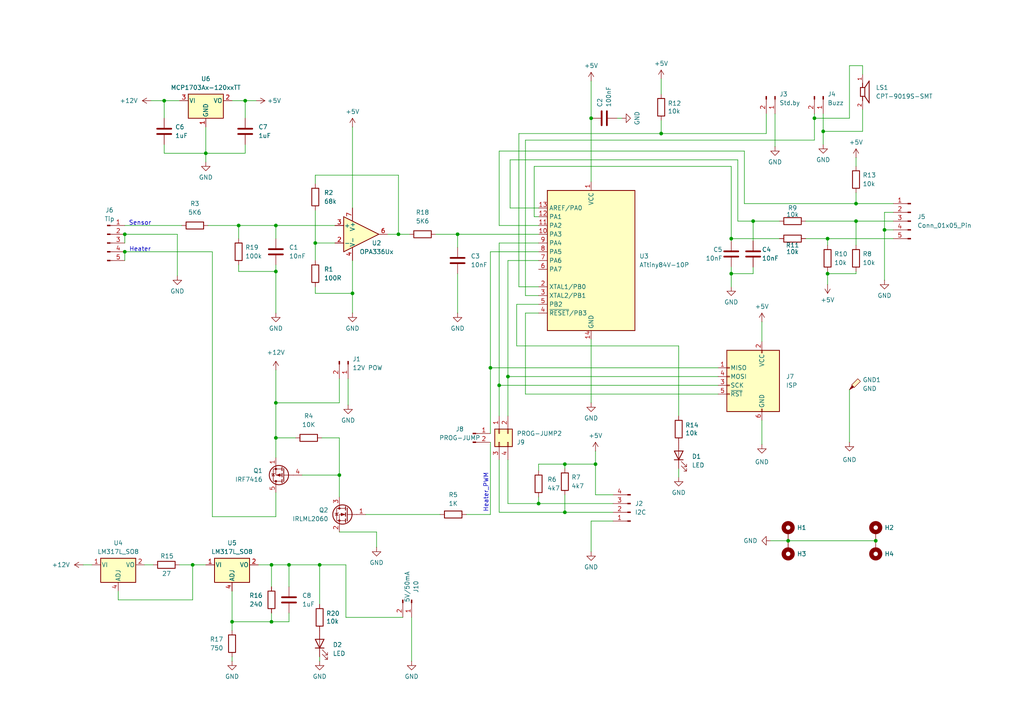
<source format=kicad_sch>
(kicad_sch (version 20231120) (generator "eeschema") (generator_version "8.0")
  (paper "A4")
  (lib_symbols
    (symbol "Amplifier_Operational:OPA336Ux" (pin_names (offset 0.127))
      (property "Reference" "U" (at 0 6.35 0))
      (property "Value" "OPA336Ux" (at 0 3.81 0))
      (symbol "OPA336Ux_1_1"
        (pin no_connect line (at -2.54 2.54 270) (length 2.54) hide (name "NC") (number "1"))
        (pin input line (at -7.62 -2.54 0) (length 2.54) (name "-") (number "2"))
        (pin input line (at -7.62 2.54 0) (length 2.54) (name "+") (number "3"))
        (pin power_in line (at -2.54 -7.62 90) (length 3.81) (name "V-") (number "4"))
        (pin no_connect line (at 0 2.54 270) (length 2.54) hide (name "NC") (number "5"))
        (pin output line (at 7.62 0 180) (length 2.54) (name "~") (number "6"))
        (pin power_in line (at -2.54 7.62 270) (length 3.81) (name "V+") (number "7"))
        (pin no_connect line (at 0 -2.54 90) (length 2.54) hide (name "NC") (number "8"))
      )
    )
    (symbol "Connector:AVR-ISP-6" (pin_names (offset 1.016))
      (property "Reference" "J" (at -6.35 11.43 0))
      (property "Value" "AVR-ISP-6" (at 0 11.43 0))
      (symbol "AVR-ISP-6_1_1"
        (pin passive line (at 10.16 5.08 180) (length 2.54) (name "MISO") (number "1"))
        (pin passive line (at -2.54 12.7 270) (length 2.54) (name "VCC") (number "2"))
        (pin passive line (at 10.16 0 180) (length 2.54) (name "SCK") (number "3"))
        (pin passive line (at 10.16 2.54 180) (length 2.54) (name "MOSI") (number "4"))
        (pin passive line (at 10.16 -2.54 180) (length 2.54) (name "~{RST}") (number "5"))
        (pin passive line (at -2.54 -10.16 90) (length 2.54) (name "GND") (number "6"))
      )
    )
    (symbol "Connector:Conn_01x02_Pin" (pin_names (offset 1.016) hide)
      (property "Reference" "J" (at 0 2.54 0))
      (property "Value" "Conn_01x02_Pin" (at 0 -5.08 0))
      (symbol "Conn_01x02_Pin_1_1"
        (pin passive line (at 5.08 0 180) (length 3.81) (name "Pin_1") (number "1"))
        (pin passive line (at 5.08 -2.54 180) (length 3.81) (name "Pin_2") (number "2"))
      )
    )
    (symbol "Connector:Conn_01x04_Pin" (pin_names (offset 1.016) hide)
      (property "Reference" "J" (at 0 5.08 0))
      (property "Value" "Conn_01x04_Pin" (at 0 -7.62 0))
      (symbol "Conn_01x04_Pin_1_1"
        (pin passive line (at 5.08 2.54 180) (length 3.81) (name "Pin_1") (number "1"))
        (pin passive line (at 5.08 0 180) (length 3.81) (name "Pin_2") (number "2"))
        (pin passive line (at 5.08 -2.54 180) (length 3.81) (name "Pin_3") (number "3"))
        (pin passive line (at 5.08 -5.08 180) (length 3.81) (name "Pin_4") (number "4"))
      )
    )
    (symbol "Connector:Conn_01x05_Pin" (pin_names (offset 1.016) hide)
      (property "Reference" "J" (at 0 7.62 0))
      (property "Value" "Conn_01x05_Pin" (at 0 -7.62 0))
      (symbol "Conn_01x05_Pin_1_1"
        (pin passive line (at 5.08 5.08 180) (length 3.81) (name "Pin_1") (number "1"))
        (pin passive line (at 5.08 2.54 180) (length 3.81) (name "Pin_2") (number "2"))
        (pin passive line (at 5.08 0 180) (length 3.81) (name "Pin_3") (number "3"))
        (pin passive line (at 5.08 -2.54 180) (length 3.81) (name "Pin_4") (number "4"))
        (pin passive line (at 5.08 -5.08 180) (length 3.81) (name "Pin_5") (number "5"))
      )
    )
    (symbol "Connector:TestPoint_Probe" (pin_numbers hide) (pin_names (offset 0.762) hide)
      (property "Reference" "TP" (at 1.651 5.842 0))
      (property "Value" "TestPoint_Probe" (at 1.651 4.064 0))
      (symbol "TestPoint_Probe_1_1"
        (pin passive line (at 0 0 90) (length 0) (name "1") (number "1"))
      )
    )
    (symbol "Connector_Generic:Conn_02x02_Top_Bottom" (pin_names (offset 1.016) hide)
      (property "Reference" "J" (at 1.27 2.54 0))
      (property "Value" "Conn_02x02_Top_Bottom" (at 1.27 -5.08 0))
      (symbol "Conn_02x02_Top_Bottom_1_1"
        (pin passive line (at -5.08 0 0) (length 3.81) (name "Pin_1") (number "1"))
        (pin passive line (at -5.08 -2.54 0) (length 3.81) (name "Pin_2") (number "2"))
        (pin passive line (at 7.62 0 180) (length 3.81) (name "Pin_3") (number "3"))
        (pin passive line (at 7.62 -2.54 180) (length 3.81) (name "Pin_4") (number "4"))
      )
    )
    (symbol "Device:C" (pin_numbers hide) (pin_names (offset 0.254))
      (property "Reference" "C" (at 0.635 2.54 0))
      (property "Value" "C" (at 0.635 -2.54 0))
      (symbol "C_1_1"
        (pin passive line (at 0 3.81 270) (length 2.794) (name "~") (number "1"))
        (pin passive line (at 0 -3.81 90) (length 2.794) (name "~") (number "2"))
      )
    )
    (symbol "Device:LED" (pin_numbers hide) (pin_names (offset 1.016) hide)
      (property "Reference" "D" (at 0 2.54 0))
      (property "Value" "LED" (at 0 -2.54 0))
      (symbol "LED_1_1"
        (pin passive line (at -3.81 0 0) (length 2.54) (name "K") (number "1"))
        (pin passive line (at 3.81 0 180) (length 2.54) (name "A") (number "2"))
      )
    )
    (symbol "Device:R" (pin_numbers hide) (pin_names (offset 0))
      (property "Reference" "R" (at 2.032 0 90))
      (property "Value" "R" (at 0 0 90))
      (symbol "R_1_1"
        (pin passive line (at 0 3.81 270) (length 1.27) (name "~") (number "1"))
        (pin passive line (at 0 -3.81 90) (length 1.27) (name "~") (number "2"))
      )
    )
    (symbol "MCU_Microchip_ATtiny:ATtiny84V-10P"
      (property "Reference" "U" (at -12.7 21.59 0))
      (property "Value" "ATtiny84V-10P" (at 2.54 -21.59 0))
      (symbol "ATtiny84V-10P_1_1"
        (pin power_in line (at 0 22.86 270) (length 2.54) (name "VCC") (number "1"))
        (pin bidirectional line (at 15.24 7.62 180) (length 2.54) (name "PA3") (number "10"))
        (pin bidirectional line (at 15.24 10.16 180) (length 2.54) (name "PA2") (number "11"))
        (pin bidirectional line (at 15.24 12.7 180) (length 2.54) (name "PA1") (number "12"))
        (pin bidirectional line (at 15.24 15.24 180) (length 2.54) (name "AREF/PA0") (number "13"))
        (pin power_in line (at 0 -22.86 90) (length 2.54) (name "GND") (number "14"))
        (pin bidirectional line (at 15.24 -7.62 180) (length 2.54) (name "XTAL1/PB0") (number "2"))
        (pin bidirectional line (at 15.24 -10.16 180) (length 2.54) (name "XTAL2/PB1") (number "3"))
        (pin bidirectional line (at 15.24 -15.24 180) (length 2.54) (name "~{RESET}/PB3") (number "4"))
        (pin bidirectional line (at 15.24 -12.7 180) (length 2.54) (name "PB2") (number "5"))
        (pin bidirectional line (at 15.24 -2.54 180) (length 2.54) (name "PA7") (number "6"))
        (pin bidirectional line (at 15.24 0 180) (length 2.54) (name "PA6") (number "7"))
        (pin bidirectional line (at 15.24 2.54 180) (length 2.54) (name "PA5") (number "8"))
        (pin bidirectional line (at 15.24 5.08 180) (length 2.54) (name "PA4") (number "9"))
      )
    )
    (symbol "Mechanical:MountingHole_Pad" (pin_numbers hide) (pin_names (offset 1.016) hide) (exclude_from_sim yes) (in_bom no)
      (property "Reference" "H" (at 0 6.35 0))
      (property "Value" "MountingHole_Pad" (at 0 4.445 0))
      (symbol "MountingHole_Pad_1_1"
        (pin input line (at 0 -2.54 90) (length 2.54) (name "1") (number "1"))
      )
    )
    (symbol "OE9SAU:CPT-9019S-SMT" (pin_names (offset 1.016))
      (property "Reference" "LS" (at -3.8155 8.9029 0))
      (property "Value" "CPT-9019S-SMT" (at -3.8151 -11.4452 0))
      (symbol "CPT-9019S-SMT_0_0"
        (pin passive line (at 0 5.08 270) (length 2.54) (name "~") (number "1"))
        (pin passive line (at 0 -5.08 90) (length 2.54) (name "~") (number "2"))
      )
    )
    (symbol "Regulator_Linear:LM317L_SO8" (pin_names (offset 0.254))
      (property "Reference" "U" (at -3.81 3.175 0))
      (property "Value" "LM317L_SO8" (at 0 3.175 0))
      (symbol "LM317L_SO8_1_1"
        (pin power_in line (at -7.62 0 0) (length 2.54) (name "VI") (number "1"))
        (pin power_out line (at 7.62 0 180) (length 2.54) (name "VO") (number "2"))
        (pin passive line (at 7.62 0 180) (length 2.54) hide (name "VO") (number "3"))
        (pin input line (at 0 -7.62 90) (length 2.54) (name "ADJ") (number "4"))
        (pin no_connect line (at -5.08 -2.54 0) (length 2.54) hide (name "NC") (number "5"))
        (pin passive line (at 7.62 0 180) (length 2.54) hide (name "VO") (number "6"))
        (pin passive line (at 7.62 0 180) (length 2.54) hide (name "VO") (number "7"))
        (pin no_connect line (at 5.08 -2.54 180) (length 2.54) hide (name "NC") (number "8"))
      )
    )
    (symbol "Regulator_Linear:MCP1703Ax-120xxTT" (pin_names (offset 0.254))
      (property "Reference" "U" (at -3.81 3.175 0))
      (property "Value" "MCP1703Ax-120xxTT" (at 0 3.175 0))
      (symbol "MCP1703Ax-120xxTT_1_1"
        (pin power_in line (at 0 -7.62 90) (length 2.54) (name "GND") (number "1"))
        (pin power_out line (at 7.62 0 180) (length 2.54) (name "VO") (number "2"))
        (pin power_in line (at -7.62 0 0) (length 2.54) (name "VI") (number "3"))
      )
    )
    (symbol "Transistor_FET:IRF7404" (pin_names hide)
      (property "Reference" "Q" (at 5.08 1.905 0))
      (property "Value" "IRF7404" (at 5.08 0 0))
      (symbol "IRF7404_1_1"
        (pin passive line (at 2.54 -5.08 90) (length 2.54) (name "S") (number "1"))
        (pin passive line (at 2.54 -5.08 90) (length 2.54) hide (name "S") (number "2"))
        (pin passive line (at 2.54 -5.08 90) (length 2.54) hide (name "S") (number "3"))
        (pin passive line (at -5.08 0 0) (length 2.54) (name "G") (number "4"))
        (pin passive line (at 2.54 5.08 270) (length 2.54) (name "D") (number "5"))
        (pin passive line (at 2.54 5.08 270) (length 2.54) hide (name "D") (number "6"))
        (pin passive line (at 2.54 5.08 270) (length 2.54) hide (name "D") (number "7"))
        (pin passive line (at 2.54 5.08 270) (length 2.54) hide (name "D") (number "8"))
      )
    )
    (symbol "Transistor_FET:IRLML2060" (pin_names hide)
      (property "Reference" "Q" (at 5.08 1.905 0))
      (property "Value" "IRLML2060" (at 5.08 0 0))
      (symbol "IRLML2060_1_1"
        (pin input line (at -5.08 0 0) (length 2.54) (name "G") (number "1"))
        (pin passive line (at 2.54 -5.08 90) (length 2.54) (name "S") (number "2"))
        (pin passive line (at 2.54 5.08 270) (length 2.54) (name "D") (number "3"))
      )
    )
    (symbol "power:+12V" (power) (pin_numbers hide) (pin_names (offset 0) hide)
      (property "Value" "+12V" (at 0 3.556 0))
      (symbol "+12V_1_1"
        (pin power_in line (at 0 0 90) (length 0) (name "~") (number "1"))
      )
    )
    (symbol "power:+5V" (power) (pin_numbers hide) (pin_names (offset 0) hide)
      (property "Value" "+5V" (at 0 3.556 0))
      (symbol "+5V_1_1"
        (pin power_in line (at 0 0 90) (length 0) (name "~") (number "1"))
      )
    )
    (symbol "power:GND" (power) (pin_numbers hide) (pin_names (offset 0) hide)
      (property "Value" "GND" (at 0 -3.81 0))
      (symbol "GND_1_1"
        (pin power_in line (at 0 0 270) (length 0) (name "~") (number "1"))
      )
    )
  )
  (junction (at 36.195 73.025))
  (junction (at 236.22 34.29))
  (junction (at 80.01 116.84))
  (junction (at 47.625 29.21))
  (junction (at 98.425 137.795))
  (junction (at 163.83 134.62))
  (junction (at 191.77 38.735))
  (junction (at 91.44 70.485))
  (junction (at 172.72 134.62))
  (junction (at 240.03 79.375))
  (junction (at 83.82 163.83))
  (junction (at 171.45 34.29))
  (junction (at 238.76 38.1))
  (junction (at 80.01 127))
  (junction (at 248.285 59.055))
  (junction (at 132.715 67.945))
  (junction (at 212.09 79.375))
  (junction (at 254 156.845))
  (junction (at 228.6 156.845))
  (junction (at 55.88 163.83))
  (junction (at 256.54 66.675))
  (junction (at 71.12 29.21))
  (junction (at 67.31 180.34))
  (junction (at 212.09 69.215))
  (junction (at 142.24 106.68))
  (junction (at 144.78 111.76))
  (junction (at 36.195 67.945))
  (junction (at 115.57 67.945))
  (junction (at 80.01 65.405))
  (junction (at 78.74 180.34))
  (junction (at 102.235 85.09))
  (junction (at 248.285 64.135))
  (junction (at 240.03 69.215))
  (junction (at 163.83 148.59))
  (junction (at 80.01 78.74))
  (junction (at 59.69 44.45))
  (junction (at 69.215 65.405))
  (junction (at 147.32 109.22))
  (junction (at 78.74 163.83))
  (junction (at 92.71 163.83))
  (junction (at 218.44 64.135))
  (junction (at 156.21 146.05))
  (wire (pts (xy 147.32 146.05) (xy 156.21 146.05)))
  (wire (pts (xy 41.91 163.83) (xy 44.45 163.83)))
  (wire (pts (xy 144.78 133.35) (xy 144.78 148.59)))
  (wire (pts (xy 240.03 69.215) (xy 233.68 69.215)))
  (wire (pts (xy 51.435 67.945) (xy 51.435 80.01)))
  (wire (pts (xy 218.44 79.375) (xy 212.09 79.375)))
  (wire (pts (xy 238.76 33.02) (xy 238.76 38.1)))
  (wire (pts (xy 85.725 127) (xy 80.01 127)))
  (wire (pts (xy 226.06 69.215) (xy 212.09 69.215)))
  (wire (pts (xy 115.57 67.945) (xy 118.745 67.945)))
  (wire (pts (xy 67.31 190.5) (xy 67.31 191.77)))
  (wire (pts (xy 208.28 114.3) (xy 152.4 114.3)))
  (wire (pts (xy 98.425 109.855) (xy 98.425 116.84)))
  (wire (pts (xy 246.38 19.05) (xy 250.19 19.05)))
  (wire (pts (xy 228.6 156.845) (xy 254 156.845)))
  (wire (pts (xy 69.215 76.835) (xy 69.215 78.74)))
  (wire (pts (xy 218.44 77.47) (xy 218.44 79.375)))
  (wire (pts (xy 36.195 67.945) (xy 36.195 70.485)))
  (wire (pts (xy 179.07 34.29) (xy 180.34 34.29)))
  (wire (pts (xy 191.77 34.925) (xy 191.77 38.735)))
  (wire (pts (xy 132.715 67.945) (xy 132.715 71.755)))
  (wire (pts (xy 144.78 70.485) (xy 156.21 70.485)))
  (wire (pts (xy 236.22 34.29) (xy 236.22 40.64)))
  (wire (pts (xy 256.54 66.675) (xy 256.54 81.28)))
  (wire (pts (xy 171.45 151.13) (xy 171.45 160.02)))
  (wire (pts (xy 147.32 75.565) (xy 156.21 75.565)))
  (wire (pts (xy 246.38 113.03) (xy 246.38 128.27)))
  (wire (pts (xy 218.44 69.85) (xy 218.44 64.135)))
  (wire (pts (xy 47.625 41.91) (xy 47.625 44.45)))
  (wire (pts (xy 61.595 149.86) (xy 80.01 149.86)))
  (wire (pts (xy 156.21 134.62) (xy 163.83 134.62)))
  (wire (pts (xy 215.9 43.815) (xy 215.9 59.055)))
  (wire (pts (xy 98.425 116.84) (xy 80.01 116.84)))
  (wire (pts (xy 36.195 73.025) (xy 61.595 73.025)))
  (wire (pts (xy 156.21 144.145) (xy 156.21 146.05)))
  (wire (pts (xy 142.24 73.025) (xy 142.24 106.68)))
  (wire (pts (xy 80.01 116.84) (xy 80.01 127)))
  (wire (pts (xy 71.12 41.91) (xy 71.12 44.45)))
  (wire (pts (xy 67.31 29.21) (xy 71.12 29.21)))
  (wire (pts (xy 92.71 163.83) (xy 92.71 175.26)))
  (wire (pts (xy 80.01 127) (xy 80.01 132.715)))
  (wire (pts (xy 100.965 109.855) (xy 100.965 117.475)))
  (wire (pts (xy 213.995 64.135) (xy 218.44 64.135)))
  (wire (pts (xy 43.815 29.21) (xy 47.625 29.21)))
  (wire (pts (xy 240.03 79.375) (xy 248.285 79.375)))
  (wire (pts (xy 91.44 50.8) (xy 115.57 50.8)))
  (wire (pts (xy 163.83 134.62) (xy 172.72 134.62)))
  (wire (pts (xy 236.22 34.29) (xy 246.38 34.29)))
  (wire (pts (xy 144.78 65.405) (xy 144.78 43.815)))
  (wire (pts (xy 196.85 135.89) (xy 196.85 138.43)))
  (wire (pts (xy 59.69 36.83) (xy 59.69 44.45)))
  (wire (pts (xy 248.285 64.135) (xy 259.08 64.135)))
  (wire (pts (xy 163.83 134.62) (xy 163.83 135.89)))
  (wire (pts (xy 163.83 148.59) (xy 177.8 148.59)))
  (wire (pts (xy 154.94 48.26) (xy 212.09 48.26)))
  (wire (pts (xy 256.54 61.595) (xy 256.54 66.675)))
  (wire (pts (xy 191.77 22.86) (xy 191.77 27.305)))
  (wire (pts (xy 156.21 62.865) (xy 154.94 62.865)))
  (wire (pts (xy 156.21 83.185) (xy 150.495 83.185)))
  (wire (pts (xy 149.86 100.33) (xy 196.85 100.33)))
  (wire (pts (xy 147.955 60.325) (xy 156.21 60.325)))
  (wire (pts (xy 83.82 163.83) (xy 83.82 170.18)))
  (wire (pts (xy 80.01 149.86) (xy 80.01 142.875)))
  (wire (pts (xy 80.01 65.405) (xy 97.155 65.405)))
  (wire (pts (xy 248.285 55.88) (xy 248.285 59.055)))
  (wire (pts (xy 78.74 163.83) (xy 83.82 163.83)))
  (wire (pts (xy 102.235 75.565) (xy 102.235 85.09)))
  (wire (pts (xy 224.79 33.02) (xy 224.79 42.545)))
  (wire (pts (xy 98.425 137.795) (xy 98.425 144.145)))
  (wire (pts (xy 246.38 34.29) (xy 246.38 19.05)))
  (wire (pts (xy 119.38 179.07) (xy 119.38 191.77)))
  (wire (pts (xy 83.82 177.8) (xy 83.82 180.34)))
  (wire (pts (xy 220.98 93.345) (xy 220.98 99.06)))
  (wire (pts (xy 156.21 136.525) (xy 156.21 134.62)))
  (wire (pts (xy 222.25 38.735) (xy 222.25 33.02)))
  (wire (pts (xy 80.01 107.315) (xy 80.01 116.84)))
  (wire (pts (xy 142.24 106.68) (xy 142.24 125.73)))
  (wire (pts (xy 98.425 137.795) (xy 98.425 127)))
  (wire (pts (xy 34.29 171.45) (xy 34.29 173.99)))
  (wire (pts (xy 233.68 64.135) (xy 248.285 64.135)))
  (wire (pts (xy 36.195 65.405) (xy 52.705 65.405)))
  (wire (pts (xy 147.32 133.35) (xy 147.32 146.05)))
  (wire (pts (xy 142.24 128.27) (xy 142.24 149.225)))
  (wire (pts (xy 47.625 29.21) (xy 52.07 29.21)))
  (wire (pts (xy 218.44 64.135) (xy 226.06 64.135)))
  (wire (pts (xy 52.07 163.83) (xy 55.88 163.83)))
  (wire (pts (xy 152.4 40.64) (xy 236.22 40.64)))
  (wire (pts (xy 236.22 33.02) (xy 236.22 34.29)))
  (wire (pts (xy 147.32 109.22) (xy 208.28 109.22)))
  (wire (pts (xy 256.54 61.595) (xy 259.08 61.595)))
  (wire (pts (xy 47.625 44.45) (xy 59.69 44.45)))
  (wire (pts (xy 83.82 180.34) (xy 78.74 180.34)))
  (wire (pts (xy 144.78 65.405) (xy 156.21 65.405)))
  (wire (pts (xy 248.285 45.72) (xy 248.285 48.26)))
  (wire (pts (xy 59.69 44.45) (xy 59.69 46.99)))
  (wire (pts (xy 250.19 31.75) (xy 250.19 38.1)))
  (wire (pts (xy 238.76 38.1) (xy 250.19 38.1)))
  (wire (pts (xy 67.31 180.34) (xy 67.31 182.88)))
  (wire (pts (xy 171.45 98.425) (xy 171.45 116.84)))
  (wire (pts (xy 152.4 90.805) (xy 152.4 114.3)))
  (wire (pts (xy 102.235 85.09) (xy 102.235 90.805)))
  (wire (pts (xy 67.31 171.45) (xy 67.31 180.34)))
  (wire (pts (xy 213.995 46.355) (xy 213.995 64.135)))
  (wire (pts (xy 92.71 163.83) (xy 100.33 163.83)))
  (wire (pts (xy 171.45 34.29) (xy 171.45 52.705)))
  (wire (pts (xy 71.12 29.21) (xy 71.12 34.29)))
  (wire (pts (xy 142.24 106.68) (xy 208.28 106.68)))
  (wire (pts (xy 55.88 163.83) (xy 55.88 173.99)))
  (wire (pts (xy 156.21 146.05) (xy 177.8 146.05)))
  (wire (pts (xy 240.03 69.215) (xy 259.08 69.215)))
  (wire (pts (xy 240.03 79.375) (xy 240.03 82.55)))
  (wire (pts (xy 238.76 38.1) (xy 238.76 41.91)))
  (wire (pts (xy 172.72 130.81) (xy 172.72 134.62)))
  (wire (pts (xy 47.625 29.21) (xy 47.625 34.29)))
  (wire (pts (xy 213.995 46.355) (xy 147.955 46.355)))
  (wire (pts (xy 248.285 59.055) (xy 259.08 59.055)))
  (wire (pts (xy 152.4 40.64) (xy 152.4 85.725)))
  (wire (pts (xy 55.88 173.99) (xy 34.29 173.99)))
  (wire (pts (xy 172.72 134.62) (xy 172.72 143.51)))
  (wire (pts (xy 115.57 50.8) (xy 115.57 67.945)))
  (wire (pts (xy 248.285 64.135) (xy 248.285 71.12)))
  (wire (pts (xy 87.63 137.795) (xy 98.425 137.795)))
  (wire (pts (xy 132.715 67.945) (xy 156.21 67.945)))
  (wire (pts (xy 112.395 67.945) (xy 115.57 67.945)))
  (wire (pts (xy 69.215 78.74) (xy 80.01 78.74)))
  (wire (pts (xy 212.09 79.375) (xy 212.09 83.185)))
  (wire (pts (xy 100.33 163.83) (xy 100.33 179.07)))
  (wire (pts (xy 154.94 62.865) (xy 154.94 48.26)))
  (wire (pts (xy 212.09 69.215) (xy 212.09 48.26)))
  (wire (pts (xy 69.215 65.405) (xy 80.01 65.405)))
  (wire (pts (xy 212.09 69.215) (xy 212.09 69.85)))
  (wire (pts (xy 109.22 154.305) (xy 98.425 154.305)))
  (wire (pts (xy 106.045 149.225) (xy 127.635 149.225)))
  (wire (pts (xy 69.215 65.405) (xy 69.215 69.215)))
  (wire (pts (xy 156.21 85.725) (xy 152.4 85.725)))
  (wire (pts (xy 250.19 19.05) (xy 250.19 21.59)))
  (wire (pts (xy 150.495 83.185) (xy 150.495 38.735)))
  (wire (pts (xy 91.44 70.485) (xy 97.155 70.485)))
  (wire (pts (xy 240.03 69.215) (xy 240.03 71.12)))
  (wire (pts (xy 191.77 38.735) (xy 222.25 38.735)))
  (wire (pts (xy 91.44 70.485) (xy 91.44 75.565)))
  (wire (pts (xy 36.195 73.025) (xy 36.195 75.565)))
  (wire (pts (xy 144.78 111.76) (xy 208.28 111.76)))
  (wire (pts (xy 142.24 73.025) (xy 156.21 73.025)))
  (wire (pts (xy 149.86 88.265) (xy 149.86 100.33)))
  (wire (pts (xy 212.09 77.47) (xy 212.09 79.375)))
  (wire (pts (xy 91.44 85.09) (xy 102.235 85.09)))
  (wire (pts (xy 150.495 38.735) (xy 191.77 38.735)))
  (wire (pts (xy 71.12 29.21) (xy 74.295 29.21)))
  (wire (pts (xy 36.195 67.945) (xy 51.435 67.945)))
  (wire (pts (xy 147.32 109.22) (xy 147.32 120.65)))
  (wire (pts (xy 163.83 143.51) (xy 163.83 148.59)))
  (wire (pts (xy 171.45 23.495) (xy 171.45 34.29)))
  (wire (pts (xy 55.88 163.83) (xy 59.69 163.83)))
  (wire (pts (xy 196.85 100.33) (xy 196.85 120.65)))
  (wire (pts (xy 100.33 179.07) (xy 116.84 179.07)))
  (wire (pts (xy 80.01 78.74) (xy 80.01 90.805)))
  (wire (pts (xy 147.955 46.355) (xy 147.955 60.325)))
  (wire (pts (xy 80.01 65.405) (xy 80.01 69.215)))
  (wire (pts (xy 78.74 163.83) (xy 78.74 170.18)))
  (wire (pts (xy 60.325 65.405) (xy 69.215 65.405)))
  (wire (pts (xy 74.93 163.83) (xy 78.74 163.83)))
  (wire (pts (xy 61.595 73.025) (xy 61.595 149.86)))
  (wire (pts (xy 24.13 163.83) (xy 26.67 163.83)))
  (wire (pts (xy 71.12 44.45) (xy 59.69 44.45)))
  (wire (pts (xy 98.425 127) (xy 93.345 127)))
  (wire (pts (xy 78.74 177.8) (xy 78.74 180.34)))
  (wire (pts (xy 220.98 121.92) (xy 220.98 128.905)))
  (wire (pts (xy 80.01 76.835) (xy 80.01 78.74)))
  (wire (pts (xy 126.365 67.945) (xy 132.715 67.945)))
  (wire (pts (xy 240.03 78.74) (xy 240.03 79.375)))
  (wire (pts (xy 91.44 60.96) (xy 91.44 70.485)))
  (wire (pts (xy 144.78 148.59) (xy 163.83 148.59)))
  (wire (pts (xy 102.235 36.83) (xy 102.235 60.325)))
  (wire (pts (xy 177.8 151.13) (xy 171.45 151.13)))
  (wire (pts (xy 147.32 75.565) (xy 147.32 109.22)))
  (wire (pts (xy 135.255 149.225) (xy 142.24 149.225)))
  (wire (pts (xy 223.52 156.845) (xy 228.6 156.845)))
  (wire (pts (xy 172.72 143.51) (xy 177.8 143.51)))
  (wire (pts (xy 132.715 79.375) (xy 132.715 90.805)))
  (wire (pts (xy 91.44 83.185) (xy 91.44 85.09)))
  (wire (pts (xy 83.82 163.83) (xy 92.71 163.83)))
  (wire (pts (xy 91.44 53.34) (xy 91.44 50.8)))
  (wire (pts (xy 215.9 59.055) (xy 248.285 59.055)))
  (wire (pts (xy 144.78 43.815) (xy 215.9 43.815)))
  (wire (pts (xy 144.78 70.485) (xy 144.78 111.76)))
  (wire (pts (xy 149.86 88.265) (xy 156.21 88.265)))
  (wire (pts (xy 156.21 90.805) (xy 152.4 90.805)))
  (wire (pts (xy 248.285 79.375) (xy 248.285 78.74)))
  (wire (pts (xy 92.71 190.5) (xy 92.71 191.77)))
  (wire (pts (xy 67.31 180.34) (xy 78.74 180.34)))
  (wire (pts (xy 144.78 111.76) (xy 144.78 120.65)))
  (wire (pts (xy 256.54 66.675) (xy 259.08 66.675)))
  (wire (pts (xy 109.22 154.305) (xy 109.22 158.75)))
  (text_box "Pin Port  Nr.     Type    Verbinden mit\n1                 Vcc     +5V\n2   PB0    10    DIN10   STANDBY\n3   PB1    9              PIEZO\n5   PB2	  8              LOGO LED \n13  PA0    0     DIN0    ROTARY_A\n12  PA1    1     DIN1    ROTARY_B\n11  PA2    2     DIN2    ROTARY_PUSH\n10  PA3    A3    ADC3    TEMP_SENSOR\n7   PA6    4     SDA     I2C/SDA\n8   PA5    5     OC1B    HEAT\n9   PA4    6     SCL     I2C/SCL\n14                GND     Ground" (at 297.18 0 0) (size 104.775 66.04) (effects (font (size 3 3)) (justify left top)))
  (text "Heater" (at 40.64 72.39 0) (effects (font (size 1.27 1.27))))
  (text "Sensor" (at 40.64 64.77 0) (effects (font (size 1.27 1.27))))
  (text "Heater_PWM" (at 140.97 142.875 90) (effects (font (size 1.27 1.27))))
  (symbol (lib_id "Device:R") (at 240.03 74.93 180) (unit 1)
    (property "Reference" "R10" (at 241.935 73.6599 0) (effects (justify right)))
    (property "Value" "10k" (at 241.935 76.1999 0) (effects (justify right)))
    (property "Footprint" "Resistor_SMD:R_0805_2012Metric_Pad1.20x1.40mm_HandSolder" (effects (hide yes)))
    (property "Description" "Resistor" (effects (hide yes)))
  )
  (symbol (lib_id "Device:R") (at 163.83 139.7 180) (unit 1)
    (property "Reference" "R7" (at 165.735 138.4299 0) (effects (justify right)))
    (property "Value" "4k7" (at 165.735 140.9699 0) (effects (justify right)))
    (property "Footprint" "Resistor_SMD:R_0805_2012Metric_Pad1.20x1.40mm_HandSolder" (effects (hide yes)))
    (property "Description" "Resistor" (effects (hide yes)))
  )
  (symbol (lib_id "power:GND") (at 171.45 116.84 0) (unit 1)
    (property "Reference" "#PWR010" (effects (hide yes)))
    (property "Value" "GND" (at 171.45 121.285 0))
    (property "Description" "Power symbol creates a global label with name \"GND\" , ground" (effects (hide yes)))
  )
  (symbol (lib_id "power:GND") (at 224.79 42.545 0) (unit 1)
    (property "Reference" "#PWR016" (effects (hide yes)))
    (property "Value" "GND" (at 224.79 46.99 0))
    (property "Description" "Power symbol creates a global label with name \"GND\" , ground" (effects (hide yes)))
  )
  (symbol (lib_id "Regulator_Linear:LM317L_SO8") (at 67.31 163.83 0) (unit 1)
    (property "Reference" "U5" (at 67.31 157.48 0))
    (property "Value" "LM317L_SO8" (at 67.31 160.02 0))
    (property "Footprint" "Package_SO:SOIC-8_3.9x4.9mm_P1.27mm" (effects (hide yes)))
    (property "Datasheet" "http://www.ti.com/lit/ds/snvs775k/snvs775k.pdf" (effects (hide yes)))
    (property "Description" "100mA 35V Adjustable Linear Regulator, SO-8" (effects (hide yes)))
  )
  (symbol (lib_id "Mechanical:MountingHole_Pad") (at 254 154.305 0) (unit 1) (exclude_from_sim yes) (in_bom no)
    (property "Reference" "H2" (at 256.54 153.035 0) (effects (justify left)))
    (property "Value" "MountingHole_Pad" (effects (hide yes)))
    (property "Footprint" "MountingHole:MountingHole_2.5mm_Pad" (effects (hide yes)))
    (property "Description" "Mounting Hole with connection" (effects (hide yes)))
  )
  (symbol (lib_id "power:GND") (at 102.235 90.805 0) (unit 1)
    (property "Reference" "#PWR03" (effects (hide yes)))
    (property "Value" "GND" (at 102.235 95.25 0))
    (property "Description" "Power symbol creates a global label with name \"GND\" , ground" (effects (hide yes)))
  )
  (symbol (lib_id "power:+12V") (at 43.815 29.21 90) (unit 1)
    (property "Reference" "#PWR027" (effects (hide yes)))
    (property "Value" "+12V" (at 40.005 29.2099 90) (effects (justify left)))
    (property "Description" "Power symbol creates a global label with name \"+12V\"" (effects (hide yes)))
  )
  (symbol (lib_id "Connector:AVR-ISP-6") (at 218.44 111.76 0) (mirror y) (unit 1)
    (property "Reference" "J7" (at 227.965 109.2199 0) (effects (justify right)))
    (property "Value" "ISP" (at 227.965 111.7599 0) (effects (justify right)))
    (property "Footprint" "Connector_PinHeader_2.54mm:PinHeader_2x03_P2.54mm_Vertical" (effects (hide yes)))
    (property "Description" "Atmel 6-pin ISP connector" (effects (hide yes)))
  )
  (symbol (lib_id "Device:C") (at 71.12 38.1 0) (unit 1)
    (property "Reference" "C7" (at 74.93 36.8299 0) (effects (justify left)))
    (property "Value" "1uF" (at 74.93 39.3699 0) (effects (justify left)))
    (property "Footprint" "Capacitor_SMD:C_0805_2012Metric_Pad1.18x1.45mm_HandSolder" (effects (hide yes)))
    (property "Description" "Unpolarized capacitor" (effects (hide yes)))
  )
  (symbol (lib_id "power:GND") (at 220.98 128.905 0) (unit 1)
    (property "Reference" "#PWR07" (effects (hide yes)))
    (property "Value" "GND" (at 220.98 133.985 0))
    (property "Description" "Power symbol creates a global label with name \"GND\" , ground" (effects (hide yes)))
  )
  (symbol (lib_id "Connector:Conn_01x05_Pin") (at 264.16 64.135 0) (mirror y) (unit 1)
    (property "Reference" "J5" (at 266.065 62.8649 0) (effects (justify right)))
    (property "Value" "Conn_01x05_Pin" (at 266.065 65.4049 0) (effects (justify right)))
    (property "Footprint" "Connector_PinHeader_2.54mm:PinHeader_1x05_P2.54mm_Vertical" (effects (hide yes)))
    (property "Description" "Generic connector, single row, 01x05, script generated" (effects (hide yes)))
  )
  (symbol (lib_id "power:+12V") (at 80.01 107.315 0) (unit 1)
    (property "Reference" "#PWR09" (effects (hide yes)))
    (property "Value" "+12V" (at 80.01 102.235 0))
    (property "Description" "Power symbol creates a global label with name \"+12V\"" (effects (hide yes)))
  )
  (symbol (lib_id "power:GND") (at 59.69 46.99 0) (unit 1)
    (property "Reference" "#PWR029" (effects (hide yes)))
    (property "Value" "GND" (at 59.69 51.435 0))
    (property "Description" "Power symbol creates a global label with name \"GND\" , ground" (effects (hide yes)))
  )
  (symbol (lib_id "power:+5V") (at 102.235 36.83 0) (unit 1)
    (property "Reference" "#PWR04" (effects (hide yes)))
    (property "Value" "+5V" (at 102.235 32.385 0))
    (property "Description" "Power symbol creates a global label with name \"+5V\"" (effects (hide yes)))
  )
  (symbol (lib_id "Connector:Conn_01x02_Pin") (at 238.76 27.94 270) (unit 1)
    (property "Reference" "J4" (at 240.03 27.3049 90) (effects (justify left)))
    (property "Value" "Buzz" (at 240.03 29.8449 90) (effects (justify left)))
    (property "Footprint" "Connector_PinHeader_2.54mm:PinHeader_1x02_P2.54mm_Vertical" (effects (hide yes)))
    (property "Description" "Generic connector, single row, 01x02, script generated" (effects (hide yes)))
  )
  (symbol (lib_id "Device:C") (at 80.01 73.025 0) (unit 1)
    (property "Reference" "C1" (at 83.82 71.7549 0) (effects (justify left)))
    (property "Value" "10nF" (at 83.82 74.2949 0) (effects (justify left)))
    (property "Footprint" "Capacitor_SMD:C_0805_2012Metric_Pad1.18x1.45mm_HandSolder" (effects (hide yes)))
    (property "Description" "Unpolarized capacitor" (effects (hide yes)))
  )
  (symbol (lib_id "power:GND") (at 246.38 128.27 0) (unit 1)
    (property "Reference" "#PWR025" (effects (hide yes)))
    (property "Value" "GND" (at 246.38 133.35 0))
    (property "Description" "Power symbol creates a global label with name \"GND\" , ground" (effects (hide yes)))
  )
  (symbol (lib_id "Device:C") (at 212.09 73.66 0) (mirror x) (unit 1)
    (property "Reference" "C5" (at 209.55 72.39 0) (effects (justify right)))
    (property "Value" "10nF" (at 209.55 74.93 0) (effects (justify right)))
    (property "Footprint" "Capacitor_SMD:C_0805_2012Metric_Pad1.18x1.45mm_HandSolder" (effects (hide yes)))
    (property "Description" "Unpolarized capacitor" (effects (hide yes)))
  )
  (symbol (lib_id "Device:R") (at 92.71 179.07 180) (unit 1)
    (property "Reference" "R20" (at 94.615 177.927 0) (effects (justify right)))
    (property "Value" "10k" (at 94.615 180.213 0) (effects (justify right)))
    (property "Footprint" "Resistor_SMD:R_0805_2012Metric_Pad1.20x1.40mm_HandSolder" (effects (hide yes)))
    (property "Description" "Resistor" (effects (hide yes)))
  )
  (symbol (lib_id "Connector:TestPoint_Probe") (at 246.38 113.03 0) (unit 1)
    (property "Reference" "GND1" (at 250.19 110.1724 0) (effects (justify left)))
    (property "Value" "GND" (at 250.19 112.7124 0) (effects (justify left)))
    (property "Footprint" "TestPoint:TestPoint_Pad_2.0x2.0mm" (effects (hide yes)))
    (property "Description" "test point (alternative probe-style design)" (effects (hide yes)))
  )
  (symbol (lib_id "Device:R") (at 122.555 67.945 90) (unit 1)
    (property "Reference" "R18" (at 122.555 61.595 90))
    (property "Value" "5K6" (at 122.555 64.135 90))
    (property "Footprint" "Resistor_SMD:R_0805_2012Metric_Pad1.20x1.40mm_HandSolder" (effects (hide yes)))
    (property "Description" "Resistor" (effects (hide yes)))
  )
  (symbol (lib_id "power:GND") (at 238.76 41.91 0) (unit 1)
    (property "Reference" "#PWR017" (effects (hide yes)))
    (property "Value" "GND" (at 238.76 46.355 0))
    (property "Description" "Power symbol creates a global label with name \"GND\" , ground" (effects (hide yes)))
  )
  (symbol (lib_id "Regulator_Linear:LM317L_SO8") (at 34.29 163.83 0) (unit 1)
    (property "Reference" "U4" (at 34.29 157.48 0))
    (property "Value" "LM317L_SO8" (at 34.29 160.02 0))
    (property "Footprint" "Package_SO:SOIC-8_3.9x4.9mm_P1.27mm" (effects (hide yes)))
    (property "Datasheet" "http://www.ti.com/lit/ds/snvs775k/snvs775k.pdf" (effects (hide yes)))
    (property "Description" "100mA 35V Adjustable Linear Regulator, SO-8" (effects (hide yes)))
  )
  (symbol (lib_id "power:GND") (at 223.52 156.845 270) (unit 1)
    (property "Reference" "#PWR020" (effects (hide yes)))
    (property "Value" "GND" (at 219.71 156.8449 90) (effects (justify right)))
    (property "Description" "Power symbol creates a global label with name \"GND\" , ground" (effects (hide yes)))
  )
  (symbol (lib_id "power:GND") (at 51.435 80.01 0) (unit 1)
    (property "Reference" "#PWR018" (effects (hide yes)))
    (property "Value" "GND" (at 51.435 84.455 0))
    (property "Description" "Power symbol creates a global label with name \"GND\" , ground" (effects (hide yes)))
  )
  (symbol (lib_id "Device:LED") (at 92.71 186.69 90) (unit 1)
    (property "Reference" "D2" (at 96.52 187.0074 90) (effects (justify right)))
    (property "Value" "LED" (at 96.52 189.5474 90) (effects (justify right)))
    (property "Footprint" "LED_SMD:LED_0805_2012Metric" (effects (hide yes)))
    (property "Description" "Light emitting diode" (effects (hide yes)))
  )
  (symbol (lib_id "power:+12V") (at 24.13 163.83 90) (unit 1)
    (property "Reference" "#PWR031" (effects (hide yes)))
    (property "Value" "+12V" (at 20.32 163.8299 90) (effects (justify left)))
    (property "Description" "Power symbol creates a global label with name \"+12V\"" (effects (hide yes)))
  )
  (symbol (lib_id "Device:C") (at 47.625 38.1 0) (unit 1)
    (property "Reference" "C6" (at 50.8 36.8299 0) (effects (justify left)))
    (property "Value" "1uF" (at 50.8 39.3699 0) (effects (justify left)))
    (property "Footprint" "Capacitor_SMD:C_0805_2012Metric_Pad1.18x1.45mm_HandSolder" (effects (hide yes)))
    (property "Description" "Unpolarized capacitor" (effects (hide yes)))
  )
  (symbol (lib_id "Device:C") (at 175.26 34.29 90) (unit 1)
    (property "Reference" "C2" (at 173.9899 31.115 0) (effects (justify left)))
    (property "Value" "100nF" (at 176.5299 31.115 0) (effects (justify left)))
    (property "Footprint" "Capacitor_SMD:C_0805_2012Metric_Pad1.18x1.45mm_HandSolder" (effects (hide yes)))
    (property "Description" "Unpolarized capacitor" (effects (hide yes)))
  )
  (symbol (lib_id "Mechanical:MountingHole_Pad") (at 228.6 154.305 0) (unit 1) (exclude_from_sim yes) (in_bom no)
    (property "Reference" "H1" (at 231.14 153.035 0) (effects (justify left)))
    (property "Value" "MountingHole_Pad" (effects (hide yes)))
    (property "Footprint" "MountingHole:MountingHole_2.5mm_Pad" (effects (hide yes)))
    (property "Description" "Mounting Hole with connection" (effects (hide yes)))
  )
  (symbol (lib_id "Device:R") (at 229.87 64.135 270) (unit 1)
    (property "Reference" "R9" (at 229.87 60.325 90))
    (property "Value" "10k" (at 229.87 62.23 90))
    (property "Footprint" "Resistor_SMD:R_0805_2012Metric_Pad1.20x1.40mm_HandSolder" (effects (hide yes)))
    (property "Description" "Resistor" (effects (hide yes)))
  )
  (symbol (lib_id "MCU_Microchip_ATtiny:ATtiny84V-10P") (at 171.45 75.565 0) (mirror y) (unit 1)
    (property "Reference" "U3" (at 185.42 74.2949 0) (effects (justify right)))
    (property "Value" "ATtiny84V-10P" (at 185.42 76.8349 0) (effects (justify right)))
    (property "Footprint" "Package_DIP:DIP-14_W7.62mm_LongPads" (effects (hide yes)))
    (property "Datasheet" "http://ww1.microchip.com/downloads/en/DeviceDoc/doc8006.pdf" (effects (hide yes)))
    (property "Description" "10MHz, 8kB Flash, 512B SRAM, 512B EEPROM, debugWIRE, DIP-14" (effects (hide yes)))
  )
  (symbol (lib_id "power:GND") (at 80.01 90.805 0) (unit 1)
    (property "Reference" "#PWR06" (effects (hide yes)))
    (property "Value" "GND" (at 80.01 95.25 0))
    (property "Description" "Power symbol creates a global label with name \"GND\" , ground" (effects (hide yes)))
  )
  (symbol (lib_id "Device:R") (at 56.515 65.405 90) (unit 1)
    (property "Reference" "R3" (at 56.515 59.055 90))
    (property "Value" "5K6" (at 56.515 61.595 90))
    (property "Footprint" "Resistor_SMD:R_0805_2012Metric_Pad1.20x1.40mm_HandSolder" (effects (hide yes)))
    (property "Description" "Resistor" (effects (hide yes)))
  )
  (symbol (lib_id "Device:R") (at 229.87 69.215 270) (unit 1)
    (property "Reference" "R11" (at 229.87 71.12 90))
    (property "Value" "10k" (at 229.87 73.025 90))
    (property "Footprint" "Resistor_SMD:R_0805_2012Metric_Pad1.20x1.40mm_HandSolder" (effects (hide yes)))
    (property "Description" "Resistor" (effects (hide yes)))
  )
  (symbol (lib_id "Device:R") (at 156.21 140.335 180) (unit 1)
    (property "Reference" "R6" (at 158.75 139.0649 0) (effects (justify right)))
    (property "Value" "4k7" (at 158.75 141.6049 0) (effects (justify right)))
    (property "Footprint" "Resistor_SMD:R_0805_2012Metric_Pad1.20x1.40mm_HandSolder" (effects (hide yes)))
    (property "Description" "Resistor" (effects (hide yes)))
  )
  (symbol (lib_id "Device:R") (at 131.445 149.225 90) (unit 1)
    (property "Reference" "R5" (at 131.445 143.51 90))
    (property "Value" "1K" (at 131.445 146.05 90))
    (property "Footprint" "Resistor_SMD:R_0805_2012Metric_Pad1.20x1.40mm_HandSolder" (effects (hide yes)))
    (property "Description" "Resistor" (effects (hide yes)))
  )
  (symbol (lib_id "power:GND") (at 132.715 90.805 0) (unit 1)
    (property "Reference" "#PWR05" (effects (hide yes)))
    (property "Value" "GND" (at 132.715 95.25 0))
    (property "Description" "Power symbol creates a global label with name \"GND\" , ground" (effects (hide yes)))
  )
  (symbol (lib_id "Connector_Generic:Conn_02x02_Top_Bottom") (at 144.78 125.73 90) (mirror x) (unit 1)
    (property "Reference" "J9" (at 149.86 128.2701 90) (effects (justify right)))
    (property "Value" "PROG-JUMP2" (at 149.86 125.7301 90) (effects (justify right)))
    (property "Footprint" "Connector_PinHeader_2.54mm:PinHeader_2x02_P2.54mm_Vertical" (effects (hide yes)))
    (property "Description" "Generic connector, double row, 02x02, top/bottom pin numbering scheme (row 1: 1...pins_per_row, row2: pins_per_row+1 ... num_pins), script generated (kicad-library-utils/schlib/autogen/connector/)" (effects (hide yes)))
  )
  (symbol (lib_id "Device:R") (at 196.85 124.46 180) (unit 1)
    (property "Reference" "R14" (at 198.755 123.317 0) (effects (justify right)))
    (property "Value" "10k" (at 198.755 125.603 0) (effects (justify right)))
    (property "Footprint" "Resistor_SMD:R_0805_2012Metric_Pad1.20x1.40mm_HandSolder" (effects (hide yes)))
    (property "Description" "Resistor" (effects (hide yes)))
  )
  (symbol (lib_id "power:+5V") (at 191.77 22.86 0) (unit 1)
    (property "Reference" "#PWR023" (effects (hide yes)))
    (property "Value" "+5V" (at 191.77 18.415 0))
    (property "Description" "Power symbol creates a global label with name \"+5V\"" (effects (hide yes)))
  )
  (symbol (lib_id "Mechanical:MountingHole_Pad") (at 228.6 159.385 180) (unit 1) (exclude_from_sim yes) (in_bom no)
    (property "Reference" "H3" (at 231.14 160.655 0) (effects (justify right)))
    (property "Value" "MountingHole_Pad" (effects (hide yes)))
    (property "Footprint" "MountingHole:MountingHole_2.5mm_Pad" (effects (hide yes)))
    (property "Description" "Mounting Hole with connection" (effects (hide yes)))
  )
  (symbol (lib_id "Device:R") (at 248.285 52.07 180) (unit 1)
    (property "Reference" "R13" (at 250.19 50.7999 0) (effects (justify right)))
    (property "Value" "10k" (at 250.19 53.3399 0) (effects (justify right)))
    (property "Footprint" "Resistor_SMD:R_0805_2012Metric_Pad1.20x1.40mm_HandSolder" (effects (hide yes)))
    (property "Description" "Resistor" (effects (hide yes)))
  )
  (symbol (lib_id "Device:R") (at 89.535 127 90) (unit 1)
    (property "Reference" "R4" (at 89.535 120.65 90))
    (property "Value" "10K" (at 89.535 123.19 90))
    (property "Footprint" "Resistor_SMD:R_0805_2012Metric_Pad1.20x1.40mm_HandSolder" (effects (hide yes)))
    (property "Description" "Resistor" (effects (hide yes)))
  )
  (symbol (lib_id "Connector:Conn_01x05_Pin") (at 31.115 70.485 0) (unit 1)
    (property "Reference" "J6" (at 31.75 60.96 0))
    (property "Value" "Tip" (at 31.75 63.5 0))
    (property "Footprint" "Connector_JST:JST_XH_B5B-XH-A_1x05_P2.50mm_Vertical" (effects (hide yes)))
    (property "Description" "Generic connector, single row, 01x05, script generated" (effects (hide yes)))
  )
  (symbol (lib_id "power:GND") (at 119.38 191.77 0) (unit 1)
    (property "Reference" "#PWR032" (effects (hide yes)))
    (property "Value" "GND" (at 119.38 196.215 0))
    (property "Description" "Power symbol creates a global label with name \"GND\" , ground" (effects (hide yes)))
  )
  (symbol (lib_id "Regulator_Linear:MCP1703Ax-120xxTT") (at 59.69 29.21 0) (unit 1)
    (property "Reference" "U6" (at 59.69 22.86 0))
    (property "Value" "MCP1703Ax-120xxTT" (at 59.69 25.4 0))
    (property "Footprint" "Package_TO_SOT_SMD:SOT-23_Handsoldering" (effects (hide yes)))
    (property "Datasheet" "http://ww1.microchip.com/downloads/en/DeviceDoc/20005122B.pdf" (effects (hide yes)))
    (property "Description" "Low Quiescent Current LDO Regulator, 1.2V, 250mA, Vin<=16V, SOT-23" (effects (hide yes)))
  )
  (symbol (lib_id "power:GND") (at 100.965 117.475 0) (unit 1)
    (property "Reference" "#PWR013" (effects (hide yes)))
    (property "Value" "GND" (at 100.965 121.92 0))
    (property "Description" "Power symbol creates a global label with name \"GND\" , ground" (effects (hide yes)))
  )
  (symbol (lib_id "power:GND") (at 180.34 34.29 90) (unit 1)
    (property "Reference" "#PWR015" (effects (hide yes)))
    (property "Value" "GND" (at 184.785 34.29 0))
    (property "Description" "Power symbol creates a global label with name \"GND\" , ground" (effects (hide yes)))
  )
  (symbol (lib_id "Transistor_FET:IRLML2060") (at 100.965 149.225 0) (mirror y) (unit 1)
    (property "Reference" "Q2" (at 95.25 147.9549 0) (effects (justify left)))
    (property "Value" "IRLML2060" (at 95.25 150.4949 0) (effects (justify left)))
    (property "Footprint" "Package_TO_SOT_SMD:SOT-23" (effects (hide yes)))
    (property "Datasheet" "https://www.infineon.com/dgdl/irlml2060pbf.pdf?fileId=5546d462533600a401535664b7fb25ee" (effects (hide yes)))
    (property "Description" "1.2A Id, 60V Vds, 480mOhm Rds, N-Channel HEXFET Power MOSFET, SOT-23" (effects (hide yes)))
  )
  (symbol (lib_id "Device:R") (at 48.26 163.83 90) (mirror x) (unit 1)
    (property "Reference" "R15" (at 46.482 161.29 90) (effects (justify right)))
    (property "Value" "27" (at 46.99 166.37 90) (effects (justify right)))
    (property "Footprint" "Resistor_SMD:R_0805_2012Metric_Pad1.20x1.40mm_HandSolder" (effects (hide yes)))
    (property "Description" "Resistor" (effects (hide yes)))
  )
  (symbol (lib_id "power:+5V") (at 74.295 29.21 270) (unit 1)
    (property "Reference" "#PWR028" (effects (hide yes)))
    (property "Value" "+5V" (at 77.47 29.2099 90) (effects (justify left)))
    (property "Description" "Power symbol creates a global label with name \"+5V\"" (effects (hide yes)))
  )
  (symbol (lib_id "Connector:Conn_01x02_Pin") (at 119.38 173.99 270) (unit 1)
    (property "Reference" "J10" (at 120.65 170.18 0))
    (property "Value" "5V/50mA" (at 118.11 170.18 0))
    (property "Footprint" "Connector_PinHeader_2.54mm:PinHeader_1x02_P2.54mm_Vertical" (effects (hide yes)))
    (property "Description" "Generic connector, single row, 01x02, script generated" (effects (hide yes)))
  )
  (symbol (lib_id "Device:R") (at 67.31 186.69 0) (mirror x) (unit 1)
    (property "Reference" "R17" (at 64.77 185.4199 0) (effects (justify right)))
    (property "Value" "750" (at 64.77 187.9599 0) (effects (justify right)))
    (property "Footprint" "Resistor_SMD:R_0805_2012Metric_Pad1.20x1.40mm_HandSolder" (effects (hide yes)))
    (property "Description" "Resistor" (effects (hide yes)))
  )
  (symbol (lib_id "Device:R") (at 69.215 73.025 180) (unit 1)
    (property "Reference" "R19" (at 71.12 71.7549 0) (effects (justify right)))
    (property "Value" "100k" (at 71.12 74.2949 0) (effects (justify right)))
    (property "Footprint" "Resistor_SMD:R_0805_2012Metric_Pad1.20x1.40mm_HandSolder" (effects (hide yes)))
    (property "Description" "Resistor" (effects (hide yes)))
  )
  (symbol (lib_id "power:GND") (at 109.22 158.75 0) (unit 1)
    (property "Reference" "#PWR08" (effects (hide yes)))
    (property "Value" "GND" (at 109.22 163.195 0))
    (property "Description" "Power symbol creates a global label with name \"GND\" , ground" (effects (hide yes)))
  )
  (symbol (lib_id "Connector:Conn_01x04_Pin") (at 182.88 148.59 180) (unit 1)
    (property "Reference" "J2" (at 184.15 146.0499 0) (effects (justify right)))
    (property "Value" "I2C" (at 184.15 148.5899 0) (effects (justify right)))
    (property "Footprint" "Connector_PinHeader_2.54mm:PinHeader_1x04_P2.54mm_Vertical" (effects (hide yes)))
    (property "Description" "Generic connector, single row, 01x04, script generated" (effects (hide yes)))
  )
  (symbol (lib_id "Device:LED") (at 196.85 132.08 90) (unit 1)
    (property "Reference" "D1" (at 200.66 132.3974 90) (effects (justify right)))
    (property "Value" "LED" (at 200.66 134.9374 90) (effects (justify right)))
    (property "Footprint" "LED_SMD:LED_0805_2012Metric" (effects (hide yes)))
    (property "Description" "Light emitting diode" (effects (hide yes)))
  )
  (symbol (lib_id "power:GND") (at 256.54 81.28 0) (unit 1)
    (property "Reference" "#PWR02" (effects (hide yes)))
    (property "Value" "GND" (at 256.54 85.725 0))
    (property "Description" "Power symbol creates a global label with name \"GND\" , ground" (effects (hide yes)))
  )
  (symbol (lib_id "Amplifier_Operational:OPA336Ux") (at 104.775 67.945 0) (unit 1)
    (property "Reference" "U2" (at 109.22 70.485 0))
    (property "Value" "OPA336Ux" (at 109.22 73.025 0))
    (property "Footprint" "Package_SO:SO-8_3.9x4.9mm_P1.27mm" (effects (hide yes)))
    (property "Datasheet" "https://www.ti.com/lit/ds/symlink/opa2336.pdf" (effects (hide yes)))
    (property "Description" "100 KHz, microPower CMOS, Op Amps, SO-8" (effects (hide yes)))
  )
  (symbol (lib_id "power:+5V") (at 240.03 82.55 180) (unit 1)
    (property "Reference" "#PWR021" (effects (hide yes)))
    (property "Value" "+5V" (at 240.03 86.995 0))
    (property "Description" "Power symbol creates a global label with name \"+5V\"" (effects (hide yes)))
  )
  (symbol (lib_id "Device:R") (at 191.77 31.115 180) (unit 1)
    (property "Reference" "R12" (at 193.675 29.972 0) (effects (justify right)))
    (property "Value" "10k" (at 193.675 32.258 0) (effects (justify right)))
    (property "Footprint" "Resistor_SMD:R_0805_2012Metric_Pad1.20x1.40mm_HandSolder" (effects (hide yes)))
    (property "Description" "Resistor" (effects (hide yes)))
  )
  (symbol (lib_id "power:+5V") (at 171.45 23.495 0) (unit 1)
    (property "Reference" "#PWR01" (effects (hide yes)))
    (property "Value" "+5V" (at 171.45 19.05 0))
    (property "Description" "Power symbol creates a global label with name \"+5V\"" (effects (hide yes)))
  )
  (symbol (lib_id "power:+5V") (at 248.285 45.72 0) (unit 1)
    (property "Reference" "#PWR024" (effects (hide yes)))
    (property "Value" "+5V" (at 248.285 41.275 0))
    (property "Description" "Power symbol creates a global label with name \"+5V\"" (effects (hide yes)))
  )
  (symbol (lib_id "Device:R") (at 91.44 79.375 180) (unit 1)
    (property "Reference" "R1" (at 93.98 78.1049 0) (effects (justify right)))
    (property "Value" "100R" (at 93.98 80.6449 0) (effects (justify right)))
    (property "Footprint" "Resistor_SMD:R_0805_2012Metric_Pad1.20x1.40mm_HandSolder" (effects (hide yes)))
    (property "Description" "Resistor" (effects (hide yes)))
  )
  (symbol (lib_id "power:+5V") (at 172.72 130.81 0) (unit 1)
    (property "Reference" "#PWR012" (effects (hide yes)))
    (property "Value" "+5V" (at 172.72 126.365 0))
    (property "Description" "Power symbol creates a global label with name \"+5V\"" (effects (hide yes)))
  )
  (symbol (lib_id "Connector:Conn_01x02_Pin") (at 224.79 27.94 270) (unit 1)
    (property "Reference" "J3" (at 226.06 27.3049 90) (effects (justify left)))
    (property "Value" "Std.by" (at 226.06 29.8449 90) (effects (justify left)))
    (property "Footprint" "Connector_PinHeader_2.54mm:PinHeader_1x02_P2.54mm_Vertical" (effects (hide yes)))
    (property "Description" "Generic connector, single row, 01x02, script generated" (effects (hide yes)))
  )
  (symbol (lib_id "power:GND") (at 212.09 83.185 0) (unit 1)
    (property "Reference" "#PWR022" (effects (hide yes)))
    (property "Value" "GND" (at 212.09 87.63 0))
    (property "Description" "Power symbol creates a global label with name \"GND\" , ground" (effects (hide yes)))
  )
  (symbol (lib_id "Device:C") (at 218.44 73.66 0) (unit 1)
    (property "Reference" "C4" (at 220.98 72.39 0) (effects (justify left)))
    (property "Value" "10nF" (at 220.98 74.93 0) (effects (justify left)))
    (property "Footprint" "Capacitor_SMD:C_0805_2012Metric_Pad1.18x1.45mm_HandSolder" (effects (hide yes)))
    (property "Description" "Unpolarized capacitor" (effects (hide yes)))
  )
  (symbol (lib_id "OE9SAU:CPT-9019S-SMT") (at 250.19 26.67 0) (unit 1)
    (property "Reference" "LS1" (at 254 25.3999 0) (effects (justify left)))
    (property "Value" "CPT-9019S-SMT" (at 254 27.9399 0) (effects (justify left)))
    (property "Footprint" "CPT-9019S-SMT:CUI_CPT-9019S-SMT" (effects (hide yes)))
    (property "MF" "Same Sky" (effects (hide yes)))
    (property "Description_1" "\n9 mm, 25 Vp-p Vdc, 65 dB, Surface Mount (SMT), Piezo Audio Transducer Buzzer\n" (effects (hide yes)))
    (property "Package" "None" (effects (hide yes)))
    (property "Price" "None" (effects (hide yes)))
    (property "Check_prices" "https://www.snapeda.com/parts/CPT-9019S-SMT-TR/Same+Sky/view-part/?ref=eda" (effects (hide yes)))
    (property "PART_REV" "1.0" (effects (hide yes)))
    (property "STANDARD" "MANUFACTURER RECOMMENDATIONS" (effects (hide yes)))
    (property "SnapEDA_Link" "https://www.snapeda.com/parts/CPT-9019S-SMT-TR/Same+Sky/view-part/?ref=snap" (effects (hide yes)))
    (property "MP" "CPT-9019S-SMT-TR" (effects (hide yes)))
    (property "Purchase-URL" "https://www.snapeda.com/api/url_track_click_mouser/?unipart_id=563283&manufacturer=Same Sky&part_name=CPT-9019S-SMT-TR&search_term=None" (effects (hide yes)))
    (property "Availability" "In Stock" (effects (hide yes)))
    (property "MANUFACTURER" "CUI INC" (effects (hide yes)))
  )
  (symbol (lib_id "power:GND") (at 171.45 160.02 0) (unit 1)
    (property "Reference" "#PWR011" (effects (hide yes)))
    (property "Value" "GND" (at 171.45 164.465 0))
    (property "Description" "Power symbol creates a global label with name \"GND\" , ground" (effects (hide yes)))
  )
  (symbol (lib_id "Mechanical:MountingHole_Pad") (at 254 159.385 180) (unit 1) (exclude_from_sim yes) (in_bom no)
    (property "Reference" "H4" (at 256.54 160.655 0) (effects (justify right)))
    (property "Value" "MountingHole_Pad" (effects (hide yes)))
    (property "Footprint" "MountingHole:MountingHole_2.5mm_Pad" (effects (hide yes)))
    (property "Description" "Mounting Hole with connection" (effects (hide yes)))
  )
  (symbol (lib_id "power:GND") (at 92.71 191.77 0) (unit 1)
    (property "Reference" "#PWR033" (effects (hide yes)))
    (property "Value" "GND" (at 92.71 196.215 0))
    (property "Description" "Power symbol creates a global label with name \"GND\" , ground" (effects (hide yes)))
  )
  (symbol (lib_id "Device:R") (at 91.44 57.15 180) (unit 1)
    (property "Reference" "R2" (at 93.98 55.8799 0) (effects (justify right)))
    (property "Value" "68k" (at 93.98 58.4199 0) (effects (justify right)))
    (property "Footprint" "Resistor_SMD:R_0805_2012Metric_Pad1.20x1.40mm_HandSolder" (effects (hide yes)))
    (property "Description" "Resistor" (effects (hide yes)))
  )
  (symbol (lib_id "power:GND") (at 67.31 191.77 0) (unit 1)
    (property "Reference" "#PWR030" (effects (hide yes)))
    (property "Value" "GND" (at 67.31 196.215 0))
    (property "Description" "Power symbol creates a global label with name \"GND\" , ground" (effects (hide yes)))
  )
  (symbol (lib_id "power:GND") (at 196.85 138.43 0) (unit 1)
    (property "Reference" "#PWR014" (effects (hide yes)))
    (property "Value" "GND" (at 196.85 142.875 0))
    (property "Description" "Power symbol creates a global label with name \"GND\" , ground" (effects (hide yes)))
  )
  (symbol (lib_id "Transistor_FET:IRF7404") (at 82.55 137.795 180) (unit 1)
    (property "Reference" "Q1" (at 76.2 136.5249 0) (effects (justify left)))
    (property "Value" "IRF7416" (at 76.2 139.0649 0) (effects (justify left)))
    (property "Footprint" "Package_SO:SOIC-8_3.9x4.9mm_P1.27mm" (effects (hide yes)))
    (property "Datasheet" "http://www.infineon.com/dgdl/irf7404.pdf?fileId=5546d462533600a4015355fa2b5b1b9e" (effects (hide yes)))
    (property "Description" "-6.7A Id, -20V Vds, P-Channel HEXFET Power MOSFET, SO-8" (effects (hide yes)))
  )
  (symbol (lib_id "Connector:Conn_01x02_Pin") (at 100.965 104.775 270) (unit 1)
    (property "Reference" "J1" (at 102.235 104.1399 90) (effects (justify left)))
    (property "Value" "12V POW" (at 102.235 106.6799 90) (effects (justify left)))
    (property "Footprint" "Connector_JST:JST_XH_B2B-XH-A_1x02_P2.50mm_Vertical" (effects (hide yes)))
    (property "Description" "Generic connector, single row, 01x02, script generated" (effects (hide yes)))
  )
  (symbol (lib_id "power:+5V") (at 220.98 93.345 0) (unit 1)
    (property "Reference" "#PWR019" (effects (hide yes)))
    (property "Value" "+5V" (at 220.98 88.9 0))
    (property "Description" "Power symbol creates a global label with name \"+5V\"" (effects (hide yes)))
  )
  (symbol (lib_id "Device:R") (at 78.74 173.99 0) (mirror x) (unit 1)
    (property "Reference" "R16" (at 76.2 172.7199 0) (effects (justify right)))
    (property "Value" "240" (at 76.2 175.2599 0) (effects (justify right)))
    (property "Footprint" "Resistor_SMD:R_0805_2012Metric_Pad1.20x1.40mm_HandSolder" (effects (hide yes)))
    (property "Description" "Resistor" (effects (hide yes)))
  )
  (symbol (lib_id "Connector:Conn_01x02_Pin") (at 137.16 125.73 0) (unit 1)
    (property "Reference" "J8" (at 133.35 124.46 0))
    (property "Value" "PROG-JUMP" (at 133.35 127 0))
    (property "Footprint" "Connector_PinHeader_2.54mm:PinHeader_1x02_P2.54mm_Vertical" (effects (hide yes)))
    (property "Description" "Generic connector, single row, 01x02, script generated" (effects (hide yes)))
  )
  (symbol (lib_id "Device:C") (at 83.82 173.99 0) (unit 1)
    (property "Reference" "C8" (at 87.63 172.7199 0) (effects (justify left)))
    (property "Value" "1uF" (at 87.63 175.2599 0) (effects (justify left)))
    (property "Footprint" "Capacitor_SMD:C_0805_2012Metric_Pad1.18x1.45mm_HandSolder" (effects (hide yes)))
    (property "Description" "Unpolarized capacitor" (effects (hide yes)))
  )
  (symbol (lib_id "Device:R") (at 248.285 74.93 0) (unit 1)
    (property "Reference" "R8" (at 250.19 73.6599 0) (effects (justify left)))
    (property "Value" "10k" (at 250.19 76.1999 0) (effects (justify left)))
    (property "Footprint" "Resistor_SMD:R_0805_2012Metric_Pad1.20x1.40mm_HandSolder" (effects (hide yes)))
    (property "Description" "Resistor" (effects (hide yes)))
  )
  (symbol (lib_id "Device:C") (at 132.715 75.565 0) (unit 1)
    (property "Reference" "C3" (at 136.525 74.2949 0) (effects (justify left)))
    (property "Value" "10nF" (at 136.525 76.8349 0) (effects (justify left)))
    (property "Footprint" "Capacitor_SMD:C_0805_2012Metric_Pad1.18x1.45mm_HandSolder" (effects (hide yes)))
    (property "Description" "Unpolarized capacitor" (effects (hide yes)))
  )
)
</source>
